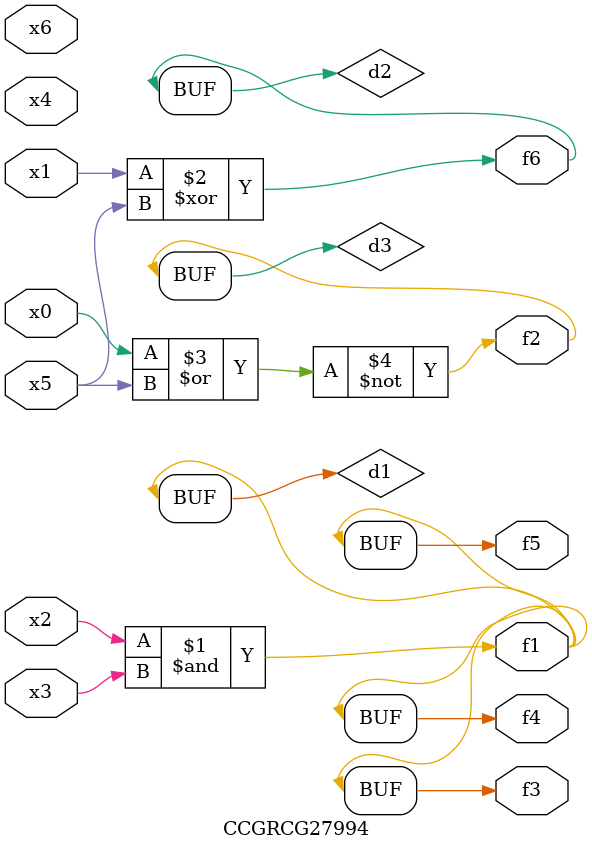
<source format=v>
module CCGRCG27994(
	input x0, x1, x2, x3, x4, x5, x6,
	output f1, f2, f3, f4, f5, f6
);

	wire d1, d2, d3;

	and (d1, x2, x3);
	xor (d2, x1, x5);
	nor (d3, x0, x5);
	assign f1 = d1;
	assign f2 = d3;
	assign f3 = d1;
	assign f4 = d1;
	assign f5 = d1;
	assign f6 = d2;
endmodule

</source>
